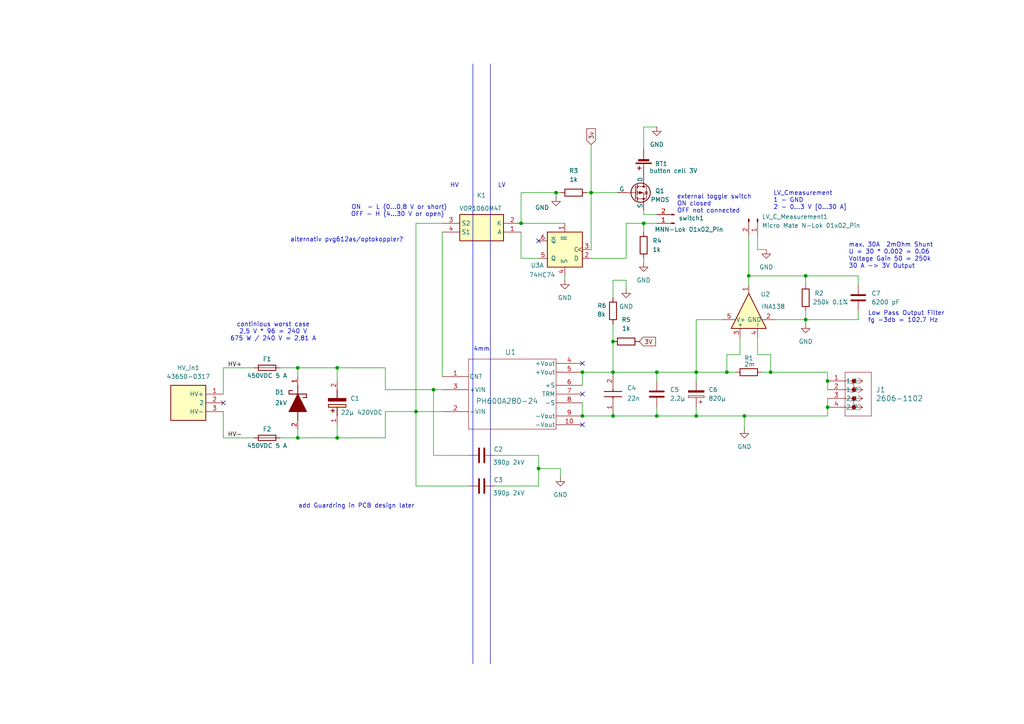
<source format=kicad_sch>
(kicad_sch (version 20231120) (generator "eeschema") (generator_version "8.0")
  (paper "A4")
  (lib_symbols
    (symbol "2024-11-18_21-41-11:PH600A280-24" (pin_names (offset 0.254))
      (property "Reference" "U" (at 20.32 -1.778 0))
      (property "Value" "PH600A280-24" (at 19.558 -6.096 0))
      (symbol "PH600A280-24_0_1"
        (polyline (pts (xy 7.62 -15.24) (xy 33.02 -15.24)) (stroke (width 0.127)))
        (polyline (pts (xy 7.62 5.08) (xy 7.62 -15.24)) (stroke (width 0.127)))
        (polyline (pts (xy 33.02 -15.24) (xy 33.02 5.08)) (stroke (width 0.127)))
        (polyline (pts (xy 33.02 5.08) (xy 7.62 5.08)) (stroke (width 0.127)))
      )
      (symbol "PH600A280-24_1_1"
        (pin input line (at 0 0 0) (length 7.62) (name "CNT") (number "1"))
        (pin power_out line (at 40.64 -13.97 180) (length 7.62) (name "-Vout") (number "10"))
        (pin power_in line (at 0 -10.16 0) (length 7.62) (name "-VIN") (number "2"))
        (pin power_in line (at 0 -3.81 0) (length 7.62) (name "+VIN") (number "3"))
        (pin power_out line (at 40.64 3.81 180) (length 7.62) (name "+Vout") (number "4"))
        (pin power_out line (at 40.64 1.27 180) (length 7.62) (name "+Vout") (number "5"))
        (pin input line (at 40.64 -2.54 180) (length 7.62) (name "+S") (number "6"))
        (pin input line (at 40.64 -5.08 180) (length 7.62) (name "TRM") (number "7"))
        (pin input line (at 40.64 -7.62 180) (length 7.62) (name "-S") (number "8"))
        (pin power_out line (at 40.64 -11.43 180) (length 7.62) (name "-Vout") (number "9"))
      )
    )
    (symbol "2024-11-26_19-54-55:2606-1102" (pin_names (offset 0.254))
      (property "Reference" "J" (at 8.89 6.35 0))
      (property "Value" "2606-1102" (at 0 0 0))
      (symbol "2606-1102_1_1"
        (polyline (pts (xy 5.08 -10.16) (xy 12.7 -10.16)) (stroke (width 0.127)))
        (polyline (pts (xy 5.08 2.54) (xy 5.08 -10.16)) (stroke (width 0.127)))
        (polyline (pts (xy 7.62 -5.08) (xy 7.62 -7.62)) (stroke (width 0.127)))
        (polyline (pts (xy 7.62 0) (xy 7.62 -2.54)) (stroke (width 0.127)))
        (polyline (pts (xy 10.16 -7.62) (xy 5.08 -7.62)) (stroke (width 0.127)))
        (polyline (pts (xy 10.16 -7.62) (xy 8.89 -8.4667)) (stroke (width 0.127)))
        (polyline (pts (xy 10.16 -7.62) (xy 8.89 -6.7733)) (stroke (width 0.127)))
        (polyline (pts (xy 10.16 -5.08) (xy 5.08 -5.08)) (stroke (width 0.127)))
        (polyline (pts (xy 10.16 -5.08) (xy 8.89 -5.9267)) (stroke (width 0.127)))
        (polyline (pts (xy 10.16 -5.08) (xy 8.89 -4.2333)) (stroke (width 0.127)))
        (polyline (pts (xy 10.16 -2.54) (xy 5.08 -2.54)) (stroke (width 0.127)))
        (polyline (pts (xy 10.16 -2.54) (xy 8.89 -3.3867)) (stroke (width 0.127)))
        (polyline (pts (xy 10.16 -2.54) (xy 8.89 -1.6933)) (stroke (width 0.127)))
        (polyline (pts (xy 10.16 0) (xy 5.08 0)) (stroke (width 0.127)))
        (polyline (pts (xy 10.16 0) (xy 8.89 -0.8467)) (stroke (width 0.127)))
        (polyline (pts (xy 10.16 0) (xy 8.89 0.8467)) (stroke (width 0.127)))
        (polyline (pts (xy 12.7 -10.16) (xy 12.7 2.54)) (stroke (width 0.127)))
        (polyline (pts (xy 12.7 2.54) (xy 5.08 2.54)) (stroke (width 0.127)))
        (circle (center 7.62 -7.62) (radius 0.127) (stroke (width 0.508)))
        (circle (center 7.62 -5.08) (radius 0.127) (stroke (width 0.508)))
        (circle (center 7.62 -2.54) (radius 0.127) (stroke (width 0.508)))
        (circle (center 7.62 0) (radius 0.127) (stroke (width 0.508)))
        (pin unspecified line (at 0 0 0) (length 5.08) (name "1_1") (number "1"))
        (pin unspecified line (at 0 -2.54 0) (length 5.08) (name "1_2") (number "2"))
        (pin unspecified line (at 0 -5.08 0) (length 5.08) (name "2_1") (number "3"))
        (pin unspecified line (at 0 -7.62 0) (length 5.08) (name "2_2") (number "4"))
      )
      (symbol "2606-1102_1_2"
        (polyline (pts (xy 5.08 -10.16) (xy 12.7 -10.16)) (stroke (width 0.127)))
        (polyline (pts (xy 5.08 2.54) (xy 5.08 -10.16)) (stroke (width 0.127)))
        (polyline (pts (xy 7.62 -5.08) (xy 7.62 -7.62)) (stroke (width 0.127)))
        (polyline (pts (xy 7.62 0) (xy 7.62 -2.54)) (stroke (width 0.127)))
        (polyline (pts (xy 10.16 -7.62) (xy 5.08 -7.62)) (stroke (width 0.127)))
        (polyline (pts (xy 10.16 -7.62) (xy 8.89 -8.4667)) (stroke (width 0.127)))
        (polyline (pts (xy 10.16 -7.62) (xy 8.89 -6.7733)) (stroke (width 0.127)))
        (polyline (pts (xy 10.16 -5.08) (xy 5.08 -5.08)) (stroke (width 0.127)))
        (polyline (pts (xy 10.16 -5.08) (xy 8.89 -5.9267)) (stroke (width 0.127)))
        (polyline (pts (xy 10.16 -5.08) (xy 8.89 -4.2333)) (stroke (width 0.127)))
        (polyline (pts (xy 10.16 -2.54) (xy 5.08 -2.54)) (stroke (width 0.127)))
        (polyline (pts (xy 10.16 -2.54) (xy 8.89 -3.3867)) (stroke (width 0.127)))
        (polyline (pts (xy 10.16 -2.54) (xy 8.89 -1.6933)) (stroke (width 0.127)))
        (polyline (pts (xy 10.16 0) (xy 5.08 0)) (stroke (width 0.127)))
        (polyline (pts (xy 10.16 0) (xy 8.89 -0.8467)) (stroke (width 0.127)))
        (polyline (pts (xy 10.16 0) (xy 8.89 0.8467)) (stroke (width 0.127)))
        (polyline (pts (xy 12.7 -10.16) (xy 12.7 2.54)) (stroke (width 0.127)))
        (polyline (pts (xy 12.7 2.54) (xy 5.08 2.54)) (stroke (width 0.127)))
        (circle (center 7.62 -7.62) (radius 0.127) (stroke (width 0.508)))
        (circle (center 7.62 -5.08) (radius 0.127) (stroke (width 0.508)))
        (circle (center 7.62 -2.54) (radius 0.127) (stroke (width 0.508)))
        (circle (center 7.62 0) (radius 0.127) (stroke (width 0.508)))
        (pin unspecified line (at 0 0 0) (length 5.08) (name "1_1") (number "1"))
        (pin unspecified line (at 0 -2.54 0) (length 5.08) (name "1_2") (number "2"))
        (pin unspecified line (at 0 -5.08 0) (length 5.08) (name "2_1") (number "3"))
        (pin unspecified line (at 0 -7.62 0) (length 5.08) (name "2_2") (number "4"))
      )
    )
    (symbol "43650-0317:43650-0317"
      (property "Reference" "J1" (at 10.16 -12.7 0))
      (property "Value" "43650-0317" (at 10.16 -10.16 0))
      (symbol "43650-0317_1_1"
        (rectangle (start 5.08 2.54) (end 15.24 -7.62) (stroke (width 0.254)) (fill (type background)))
        (pin power_out line (at 0 -5.08 0) (length 5.08) (name "HV+") (number "1"))
        (pin passive line (at 0 -2.54 0) (length 5.08) (name "2") (number "2"))
        (pin power_out line (at 0 0 0) (length 5.08) (name "HV-") (number "3"))
      )
    )
    (symbol "74xx:74HC74" (pin_names (offset 1.016))
      (property "Reference" "U" (at -7.62 8.89 0))
      (property "Value" "74HC74" (at -7.62 -8.89 0))
      (symbol "74HC74_1_0"
        (pin input line (at 0 -7.62 90) (length 2.54) (name "~{R}") (number "1"))
        (pin input line (at -7.62 2.54 0) (length 2.54) (name "D") (number "2"))
        (pin input clock (at -7.62 0 0) (length 2.54) (name "C") (number "3"))
        (pin input line (at 0 7.62 270) (length 2.54) (name "~{S}") (number "4"))
        (pin output line (at 7.62 2.54 180) (length 2.54) (name "Q") (number "5"))
        (pin output line (at 7.62 -2.54 180) (length 2.54) (name "~{Q}") (number "6"))
      )
      (symbol "74HC74_1_1"
        (rectangle (start -5.08 5.08) (end 5.08 -5.08) (stroke (width 0.254)) (fill (type background)))
      )
      (symbol "74HC74_2_0"
        (pin input line (at 0 7.62 270) (length 2.54) (name "~{S}") (number "10"))
        (pin input clock (at -7.62 0 0) (length 2.54) (name "C") (number "11"))
        (pin input line (at -7.62 2.54 0) (length 2.54) (name "D") (number "12"))
        (pin input line (at 0 -7.62 90) (length 2.54) (name "~{R}") (number "13"))
        (pin output line (at 7.62 -2.54 180) (length 2.54) (name "~{Q}") (number "8"))
        (pin output line (at 7.62 2.54 180) (length 2.54) (name "Q") (number "9"))
      )
      (symbol "74HC74_2_1"
        (rectangle (start -5.08 5.08) (end 5.08 -5.08) (stroke (width 0.254)) (fill (type background)))
      )
      (symbol "74HC74_3_0"
        (pin power_in line (at 0 10.16 270) (length 2.54) (name "VCC") (number "14"))
        (pin power_in line (at 0 -10.16 90) (length 2.54) (name "GND") (number "7"))
      )
      (symbol "74HC74_3_1"
        (rectangle (start -5.08 7.62) (end 5.08 -7.62) (stroke (width 0.254)) (fill (type background)))
      )
    )
    (symbol "Amplifier_Current:INA138" (pin_names (offset 0.127))
      (property "Reference" "U" (at 3.81 5.08 0))
      (property "Value" "INA138" (at 3.81 2.54 0))
      (symbol "INA138_0_1"
        (polyline (pts (xy -5.08 5.08) (xy 5.08 0) (xy -5.08 -5.08) (xy -5.08 5.08)) (stroke (width 0.254)) (fill (type background)))
      )
      (symbol "INA138_1_1"
        (pin output line (at 7.62 0 180) (length 2.54) (name "~") (number "1"))
        (pin power_in line (at -2.54 -7.62 90) (length 3.81) (name "GND") (number "2"))
        (pin input line (at -7.62 2.54 0) (length 2.54) (name "+") (number "3"))
        (pin input line (at -7.62 -2.54 0) (length 2.54) (name "-") (number "4"))
        (pin power_in line (at -2.54 7.62 270) (length 3.81) (name "V+") (number "5"))
      )
    )
    (symbol "CD214A-R12000R:CD214A-R12000R" (pin_names hide)
      (property "Reference" "D" (at 12.7 8.89 0))
      (property "Value" "CD214A-R12000R" (at 12.7 6.35 0))
      (symbol "CD214A-R12000R_1_1"
        (polyline (pts (xy 5.08 0) (xy 7.62 0)) (stroke (width 0.254)))
        (polyline (pts (xy 6.604 -1.524) (xy 6.604 -2.54)) (stroke (width 0.254)))
        (polyline (pts (xy 7.62 -2.54) (xy 6.604 -2.54)) (stroke (width 0.254)))
        (polyline (pts (xy 7.62 2.54) (xy 7.62 -2.54)) (stroke (width 0.254)))
        (polyline (pts (xy 7.62 2.54) (xy 8.636 2.54)) (stroke (width 0.254)))
        (polyline (pts (xy 8.636 1.524) (xy 8.636 2.54)) (stroke (width 0.254)))
        (polyline (pts (xy 12.7 0) (xy 15.24 0)) (stroke (width 0.254)))
        (polyline (pts (xy 7.62 0) (xy 12.7 2.54) (xy 12.7 -2.54) (xy 7.62 0)) (stroke (width 0.254)) (fill (type outline)))
        (pin passive line (at 2.54 0 0) (length 2.54) (name "K") (number "1"))
        (pin passive line (at 17.78 0 180) (length 2.54) (name "A") (number "2"))
      )
    )
    (symbol "Connector:Conn_01x02_Pin" (pin_names (offset 1.016) hide)
      (property "Reference" "J" (at 0 2.54 0))
      (property "Value" "Conn_01x02_Pin" (at 0 -5.08 0))
      (symbol "Conn_01x02_Pin_1_1"
        (polyline (pts (xy 1.27 -2.54) (xy 0.8636 -2.54)) (stroke (width 0.1524)))
        (polyline (pts (xy 1.27 0) (xy 0.8636 0)) (stroke (width 0.1524)))
        (rectangle (start 0.8636 -2.413) (end 0 -2.667) (stroke (width 0.1524)) (fill (type outline)))
        (rectangle (start 0.8636 0.127) (end 0 -0.127) (stroke (width 0.1524)) (fill (type outline)))
        (pin passive line (at 5.08 0 180) (length 3.81) (name "Pin_1") (number "1"))
        (pin passive line (at 5.08 -2.54 180) (length 3.81) (name "Pin_2") (number "2"))
      )
    )
    (symbol "Device:Battery_Cell" (pin_numbers hide) (pin_names (offset 0) hide)
      (property "Reference" "BT" (at 2.54 2.54 0))
      (property "Value" "Battery_Cell" (at 2.54 0 0))
      (symbol "Battery_Cell_0_1"
        (rectangle (start -2.286 1.778) (end 2.286 1.524) (fill (type outline)))
        (rectangle (start -1.524 1.016) (end 1.524 0.508) (fill (type outline)))
        (polyline (pts (xy 0 0.762) (xy 0 0)))
        (polyline (pts (xy 0 1.778) (xy 0 2.54)))
        (polyline (pts (xy 0.762 3.048) (xy 1.778 3.048)) (stroke (width 0.254)))
        (polyline (pts (xy 1.27 3.556) (xy 1.27 2.54)) (stroke (width 0.254)))
      )
      (symbol "Battery_Cell_1_1"
        (pin passive line (at 0 5.08 270) (length 2.54) (name "+") (number "1"))
        (pin passive line (at 0 -2.54 90) (length 2.54) (name "-") (number "2"))
      )
    )
    (symbol "Device:C" (pin_numbers hide) (pin_names (offset 0.254))
      (property "Reference" "C" (at 0.635 2.54 0))
      (property "Value" "C" (at 0.635 -2.54 0))
      (symbol "C_0_1"
        (polyline (pts (xy -2.032 -0.762) (xy 2.032 -0.762)) (stroke (width 0.508)))
        (polyline (pts (xy -2.032 0.762) (xy 2.032 0.762)) (stroke (width 0.508)))
      )
      (symbol "C_1_1"
        (pin passive line (at 0 3.81 270) (length 2.794) (name "~") (number "1"))
        (pin passive line (at 0 -3.81 90) (length 2.794) (name "~") (number "2"))
      )
    )
    (symbol "Device:C_Polarized" (pin_numbers hide) (pin_names (offset 0.254))
      (property "Reference" "C" (at 0.635 2.54 0))
      (property "Value" "C_Polarized" (at 0.635 -2.54 0))
      (symbol "C_Polarized_0_1"
        (rectangle (start -2.286 0.508) (end 2.286 1.016))
        (polyline (pts (xy -1.778 2.286) (xy -0.762 2.286)))
        (polyline (pts (xy -1.27 2.794) (xy -1.27 1.778)))
        (rectangle (start 2.286 -0.508) (end -2.286 -1.016) (fill (type outline)))
      )
      (symbol "C_Polarized_1_1"
        (pin passive line (at 0 3.81 270) (length 2.794) (name "~") (number "1"))
        (pin passive line (at 0 -3.81 90) (length 2.794) (name "~") (number "2"))
      )
    )
    (symbol "Device:Fuse" (pin_numbers hide) (pin_names (offset 0))
      (property "Reference" "F" (at 2.032 0 90))
      (property "Value" "Fuse" (at -1.905 0 90))
      (symbol "Fuse_0_1"
        (rectangle (start -0.762 -2.54) (end 0.762 2.54) (stroke (width 0.254)))
        (polyline (pts (xy 0 2.54) (xy 0 -2.54)))
      )
      (symbol "Fuse_1_1"
        (pin passive line (at 0 3.81 270) (length 1.27) (name "~") (number "1"))
        (pin passive line (at 0 -3.81 90) (length 1.27) (name "~") (number "2"))
      )
    )
    (symbol "Device:R" (pin_numbers hide) (pin_names (offset 0))
      (property "Reference" "R" (at 2.032 0 90))
      (property "Value" "R" (at 0 0 90))
      (symbol "R_0_1"
        (rectangle (start -1.016 -2.54) (end 1.016 2.54) (stroke (width 0.254)))
      )
      (symbol "R_1_1"
        (pin passive line (at 0 3.81 270) (length 1.27) (name "~") (number "1"))
        (pin passive line (at 0 -3.81 90) (length 1.27) (name "~") (number "2"))
      )
    )
    (symbol "ECW-U2223JC9:ECW-U2223JC9" (pin_names hide)
      (property "Reference" "C" (at 8.89 6.35 0))
      (property "Value" "ECW-U2223JC9" (at 8.89 3.81 0))
      (symbol "ECW-U2223JC9_1_1"
        (polyline (pts (xy 5.08 0) (xy 5.588 0)) (stroke (width 0.254)))
        (polyline (pts (xy 5.588 2.54) (xy 5.588 -2.54)) (stroke (width 0.254)))
        (polyline (pts (xy 7.112 0) (xy 7.62 0)) (stroke (width 0.254)))
        (polyline (pts (xy 7.112 2.54) (xy 7.112 -2.54)) (stroke (width 0.254)))
        (pin passive line (at 0 0 0) (length 5.08) (name "1") (number "1"))
        (pin passive line (at 12.7 0 180) (length 5.08) (name "2") (number "2"))
      )
    )
    (symbol "Simulation_SPICE:PMOS" (pin_numbers hide) (pin_names (offset 0))
      (property "Reference" "Q" (at 5.08 1.27 0))
      (property "Value" "PMOS" (at 5.08 -1.27 0))
      (symbol "PMOS_0_1"
        (polyline (pts (xy 0.254 0) (xy -2.54 0)))
        (polyline (pts (xy 0.254 1.905) (xy 0.254 -1.905)) (stroke (width 0.254)))
        (polyline (pts (xy 0.762 -1.27) (xy 0.762 -2.286)) (stroke (width 0.254)))
        (polyline (pts (xy 0.762 0.508) (xy 0.762 -0.508)) (stroke (width 0.254)))
        (polyline (pts (xy 0.762 2.286) (xy 0.762 1.27)) (stroke (width 0.254)))
        (polyline (pts (xy 2.54 2.54) (xy 2.54 1.778)))
        (polyline (pts (xy 2.54 -2.54) (xy 2.54 0) (xy 0.762 0)))
        (polyline (pts (xy 0.762 1.778) (xy 3.302 1.778) (xy 3.302 -1.778) (xy 0.762 -1.778)))
        (polyline (pts (xy 2.286 0) (xy 1.27 0.381) (xy 1.27 -0.381) (xy 2.286 0)) (fill (type outline)))
        (polyline (pts (xy 2.794 -0.508) (xy 2.921 -0.381) (xy 3.683 -0.381) (xy 3.81 -0.254)))
        (polyline (pts (xy 3.302 -0.381) (xy 2.921 0.254) (xy 3.683 0.254) (xy 3.302 -0.381)))
        (circle (center 1.651 0) (radius 2.794) (stroke (width 0.254)))
        (circle (center 2.54 -1.778) (radius 0.254) (fill (type outline)))
        (circle (center 2.54 1.778) (radius 0.254) (fill (type outline)))
      )
      (symbol "PMOS_1_1"
        (pin passive line (at 2.54 5.08 270) (length 2.54) (name "D") (number "1"))
        (pin input line (at -5.08 0 0) (length 2.54) (name "G") (number "2"))
        (pin passive line (at 2.54 -5.08 90) (length 2.54) (name "S") (number "3"))
      )
    )
    (symbol "UCYW6220MHD:UCYW6220MHD" (pin_names hide)
      (property "Reference" "C" (at 8.89 6.35 0))
      (property "Value" "UCYW6220MHD" (at 8.89 3.81 0))
      (symbol "UCYW6220MHD_1_1"
        (polyline (pts (xy 2.54 0) (xy 5.08 0)) (stroke (width 0.254)))
        (polyline (pts (xy 4.064 1.778) (xy 4.064 0.762)) (stroke (width 0.254)))
        (polyline (pts (xy 4.572 1.27) (xy 3.556 1.27)) (stroke (width 0.254)))
        (polyline (pts (xy 7.62 0) (xy 10.16 0)) (stroke (width 0.254)))
        (polyline (pts (xy 7.62 2.54) (xy 7.62 -2.54) (xy 6.858 -2.54) (xy 6.858 2.54) (xy 7.62 2.54)) (stroke (width 0.254)) (fill (type outline)))
        (rectangle (start 5.08 2.54) (end 5.842 -2.54) (stroke (width 0.254)) (fill (type background)))
        (pin passive line (at 0 0 0) (length 2.54) (name "+") (number "1"))
        (pin passive line (at 12.7 0 180) (length 2.54) (name "-") (number "2"))
      )
    )
    (symbol "VOR1060M4T:VOR1060M4T"
      (property "Reference" "K" (at 19.05 7.62 0))
      (property "Value" "VOR1060M4T" (at 19.05 5.08 0))
      (symbol "VOR1060M4T_1_1"
        (rectangle (start 5.08 2.54) (end 17.78 -5.08) (stroke (width 0.254)) (fill (type background)))
        (pin passive line (at 0 0 0) (length 5.08) (name "A") (number "1"))
        (pin passive line (at 0 -2.54 0) (length 5.08) (name "K") (number "2"))
        (pin passive line (at 22.86 -2.54 180) (length 5.08) (name "S2") (number "3"))
        (pin passive line (at 22.86 0 180) (length 5.08) (name "S1") (number "4"))
      )
    )
    (symbol "power:GND" (power) (pin_numbers hide) (pin_names (offset 0) hide)
      (property "Value" "GND" (at 0 -3.81 0))
      (symbol "GND_0_1"
        (polyline (pts (xy 0 0) (xy 0 -1.27) (xy 1.27 -1.27) (xy 0 -2.54) (xy -1.27 -1.27) (xy 0 -1.27)))
      )
      (symbol "GND_1_1"
        (pin power_in line (at 0 0 270) (length 0) (name "~") (number "1"))
      )
    )
  )
  (junction (at 168.91 107.95))
  (junction (at 240.03 110.49))
  (junction (at 186.69 64.77))
  (junction (at 161.29 55.88))
  (junction (at 171.45 55.88))
  (junction (at 210.82 107.95))
  (junction (at 223.52 107.95))
  (junction (at 215.9 120.65))
  (junction (at 201.93 120.65))
  (junction (at 86.36 106.68))
  (junction (at 233.68 92.71))
  (junction (at 177.8 107.95))
  (junction (at 125.73 113.03))
  (junction (at 177.8 120.65))
  (junction (at 240.03 118.11))
  (junction (at 156.21 135.89))
  (junction (at 190.5 120.65))
  (junction (at 97.79 127))
  (junction (at 201.93 107.95))
  (junction (at 151.13 64.77))
  (junction (at 190.5 107.95))
  (junction (at 217.17 80.01))
  (junction (at 97.79 106.68))
  (junction (at 177.8 99.06))
  (junction (at 120.65 119.38))
  (junction (at 168.91 120.65))
  (junction (at 233.68 80.01))
  (junction (at 86.36 127))
  (no_connect (at 64.77 116.84))
  (no_connect (at 168.91 114.3))
  (no_connect (at 168.91 105.41))
  (no_connect (at 156.21 69.85))
  (no_connect (at 168.91 123.19))
  (wire (pts (xy 215.9 120.65) (xy 215.9 124.46)))
  (wire (pts (xy 111.76 127) (xy 111.76 119.38)))
  (wire (pts (xy 97.79 110.49) (xy 97.79 106.68)))
  (wire (pts (xy 201.93 120.65) (xy 215.9 120.65)))
  (wire (pts (xy 186.69 67.31) (xy 186.69 64.77)))
  (wire (pts (xy 120.65 140.97) (xy 120.65 119.38)))
  (wire (pts (xy 181.61 64.77) (xy 186.69 64.77)))
  (wire (pts (xy 201.93 92.71) (xy 209.55 92.71)))
  (wire (pts (xy 171.45 55.88) (xy 171.45 72.39)))
  (wire (pts (xy 171.45 41.91) (xy 171.45 55.88)))
  (wire (pts (xy 86.36 124.46) (xy 86.36 127)))
  (wire (pts (xy 81.28 106.68) (xy 86.36 106.68)))
  (wire (pts (xy 240.03 118.11) (xy 240.03 120.65)))
  (wire (pts (xy 97.79 106.68) (xy 111.76 106.68)))
  (wire (pts (xy 223.52 107.95) (xy 240.03 107.95)))
  (wire (pts (xy 168.91 107.95) (xy 168.91 111.76)))
  (wire (pts (xy 111.76 119.38) (xy 120.65 119.38)))
  (wire (pts (xy 201.93 92.71) (xy 201.93 107.95)))
  (wire (pts (xy 214.63 97.79) (xy 214.63 102.87)))
  (wire (pts (xy 214.63 102.87) (xy 210.82 102.87)))
  (wire (pts (xy 163.83 64.77) (xy 151.13 64.77)))
  (wire (pts (xy 135.89 140.97) (xy 120.65 140.97)))
  (polyline (pts (xy 137.16 18.542) (xy 137.16 192.532)))
  (wire (pts (xy 215.9 120.65) (xy 240.03 120.65)))
  (wire (pts (xy 162.56 55.88) (xy 161.29 55.88)))
  (wire (pts (xy 223.52 102.87) (xy 223.52 107.95)))
  (wire (pts (xy 151.13 74.93) (xy 151.13 67.31)))
  (wire (pts (xy 233.68 80.01) (xy 248.92 80.01)))
  (wire (pts (xy 190.5 120.65) (xy 201.93 120.65)))
  (wire (pts (xy 81.28 127) (xy 86.36 127)))
  (wire (pts (xy 162.56 135.89) (xy 156.21 135.89)))
  (wire (pts (xy 156.21 74.93) (xy 151.13 74.93)))
  (wire (pts (xy 86.36 106.68) (xy 97.79 106.68)))
  (wire (pts (xy 186.69 62.23) (xy 190.5 62.23)))
  (wire (pts (xy 151.13 55.88) (xy 161.29 55.88)))
  (wire (pts (xy 120.65 64.77) (xy 120.65 119.38)))
  (wire (pts (xy 190.5 107.95) (xy 190.5 110.49)))
  (wire (pts (xy 156.21 132.08) (xy 143.51 132.08)))
  (wire (pts (xy 224.79 92.71) (xy 233.68 92.71)))
  (wire (pts (xy 168.91 120.65) (xy 177.8 120.65)))
  (wire (pts (xy 190.5 118.11) (xy 190.5 120.65)))
  (wire (pts (xy 219.71 102.87) (xy 223.52 102.87)))
  (wire (pts (xy 217.17 80.01) (xy 217.17 82.55)))
  (wire (pts (xy 64.77 127) (xy 73.66 127)))
  (wire (pts (xy 156.21 135.89) (xy 156.21 140.97)))
  (wire (pts (xy 177.8 99.06) (xy 177.8 107.95)))
  (wire (pts (xy 248.92 82.55) (xy 248.92 80.01)))
  (wire (pts (xy 181.61 81.28) (xy 181.61 83.82)))
  (wire (pts (xy 210.82 102.87) (xy 210.82 107.95)))
  (wire (pts (xy 162.56 138.43) (xy 162.56 135.89)))
  (wire (pts (xy 248.92 92.71) (xy 233.68 92.71)))
  (wire (pts (xy 219.71 97.79) (xy 219.71 102.87)))
  (wire (pts (xy 97.79 123.19) (xy 97.79 127)))
  (wire (pts (xy 177.8 107.95) (xy 190.5 107.95)))
  (wire (pts (xy 111.76 113.03) (xy 125.73 113.03)))
  (wire (pts (xy 186.69 74.93) (xy 186.69 76.2)))
  (wire (pts (xy 120.65 119.38) (xy 128.27 119.38)))
  (wire (pts (xy 201.93 118.11) (xy 201.93 120.65)))
  (wire (pts (xy 177.8 93.98) (xy 177.8 99.06)))
  (wire (pts (xy 233.68 92.71) (xy 233.68 90.17)))
  (wire (pts (xy 156.21 132.08) (xy 156.21 135.89)))
  (wire (pts (xy 170.18 55.88) (xy 171.45 55.88)))
  (wire (pts (xy 186.69 64.77) (xy 190.5 64.77)))
  (wire (pts (xy 177.8 86.36) (xy 177.8 81.28)))
  (wire (pts (xy 220.98 107.95) (xy 223.52 107.95)))
  (wire (pts (xy 248.92 90.17) (xy 248.92 92.71)))
  (wire (pts (xy 219.71 68.58) (xy 219.71 72.39)))
  (wire (pts (xy 240.03 107.95) (xy 240.03 110.49)))
  (wire (pts (xy 233.68 80.01) (xy 217.17 80.01)))
  (wire (pts (xy 151.13 55.88) (xy 151.13 64.77)))
  (wire (pts (xy 181.61 74.93) (xy 181.61 64.77)))
  (polyline (pts (xy 142.24 18.542) (xy 142.24 192.532)))
  (wire (pts (xy 186.69 60.96) (xy 186.69 62.23)))
  (wire (pts (xy 177.8 81.28) (xy 181.61 81.28)))
  (wire (pts (xy 86.36 127) (xy 97.79 127)))
  (wire (pts (xy 186.69 36.83) (xy 186.69 43.18)))
  (wire (pts (xy 135.89 132.08) (xy 125.73 132.08)))
  (wire (pts (xy 128.27 67.31) (xy 128.27 109.22)))
  (wire (pts (xy 240.03 115.57) (xy 240.03 118.11)))
  (wire (pts (xy 125.73 113.03) (xy 128.27 113.03)))
  (wire (pts (xy 128.27 64.77) (xy 120.65 64.77)))
  (wire (pts (xy 240.03 110.49) (xy 240.03 113.03)))
  (wire (pts (xy 201.93 107.95) (xy 210.82 107.95)))
  (wire (pts (xy 161.29 55.88) (xy 161.29 57.15)))
  (wire (pts (xy 111.76 106.68) (xy 111.76 113.03)))
  (wire (pts (xy 219.71 72.39) (xy 222.25 72.39)))
  (wire (pts (xy 217.17 68.58) (xy 217.17 80.01)))
  (wire (pts (xy 97.79 127) (xy 111.76 127)))
  (wire (pts (xy 64.77 119.38) (xy 64.77 127)))
  (wire (pts (xy 210.82 107.95) (xy 213.36 107.95)))
  (wire (pts (xy 171.45 55.88) (xy 179.07 55.88)))
  (wire (pts (xy 233.68 80.01) (xy 233.68 82.55)))
  (wire (pts (xy 86.36 106.68) (xy 86.36 109.22)))
  (wire (pts (xy 190.5 107.95) (xy 201.93 107.95)))
  (wire (pts (xy 64.77 106.68) (xy 73.66 106.68)))
  (wire (pts (xy 177.8 120.65) (xy 190.5 120.65)))
  (wire (pts (xy 143.51 140.97) (xy 156.21 140.97)))
  (wire (pts (xy 64.77 106.68) (xy 64.77 114.3)))
  (wire (pts (xy 233.68 92.71) (xy 233.68 93.98)))
  (wire (pts (xy 171.45 74.93) (xy 181.61 74.93)))
  (wire (pts (xy 186.69 36.83) (xy 190.5 36.83)))
  (wire (pts (xy 168.91 116.84) (xy 168.91 120.65)))
  (wire (pts (xy 125.73 132.08) (xy 125.73 113.03)))
  (wire (pts (xy 163.83 81.28) (xy 163.83 80.01)))
  (wire (pts (xy 168.91 107.95) (xy 177.8 107.95)))
  (wire (pts (xy 201.93 107.95) (xy 201.93 110.49)))
  (text "alternativ pvg612as/optokoppler?" (at 100.584 69.596 0) (effects (font (size 1.27 1.27))))
  (text " ON  - L (0...0,8 V or short)\nOFF - H (4...30 V or open)" (at 115.316 61.214 0) (effects (font (size 1.27 1.27))))
  (text "add Guardring in PCB design later" (at 103.378 146.812 0) (effects (font (size 1.27 1.27))))
  (text "max. 30A  2mOhm Shunt \nU = 30 * 0.002 = 0.06\nVoltage Gain 50 = 250k\n30 A -> 3V Output\n" (at 246.126 74.168 0) (effects (font (size 1.27 1.27)) (justify left)))
  (text "external toggle switch\nON closed \nOFF not connected" (at 196.342 59.182 0) (effects (font (size 1.27 1.27)) (justify left)))
  (text "Low Pass Output Filter\nfg -3db = 102.7 Hz" (at 251.714 91.948 0) (effects (font (size 1.27 1.27)) (justify left)))
  (text "continious worst case\n2,5 V * 96 = 240 V\n675 W / 240 V = 2,81 A\n\n\n" (at 79.248 98.298 0) (effects (font (size 1.27 1.27))))
  (text "LV" (at 145.542 53.848 0) (effects (font (size 1.27 1.27))))
  (text "4mm" (at 139.7 101.346 0) (effects (font (size 1.27 1.27))))
  (text "HV" (at 131.826 53.848 0) (effects (font (size 1.27 1.27))))
  (text "LV_Cmeasurement\n1 - GND\n2 - 0...3 V [0...30 A]" (at 224.282 58.166 0) (effects (font (size 1.27 1.27)) (justify left)))
  (label "HV+" (at 66.04 106.68 0))
  (label "HV-" (at 66.04 127 0))
  (global_label "3v" (shape input) (at 171.45 41.91 90) (property "Intersheetrefs" "${INTERSHEET_REFS}" (effects (hide yes))))
  (global_label "3V" (shape input) (at 185.42 99.06 0) (property "Intersheetrefs" "${INTERSHEET_REFS}" (effects (hide yes))))
  (symbol (lib_id "Simulation_SPICE:PMOS") (at 184.15 55.88 0) (unit 1)
    (property "Reference" "Q1" (at 189.992 55.372 0) (effects (justify left)))
    (property "Value" "PMOS" (at 188.722 57.912 0) (effects (justify left)))
    (property "Datasheet" "https://ngspice.sourceforge.io/docs/ngspice-html-manual/manual.xhtml#cha_MOSFETs" (effects (hide yes)))
    (property "Description" "P-MOSFET transistor, drain/source/gate" (effects (hide yes)))
    (property "Sim.Device" "PMOS" (effects (hide yes)))
    (property "Sim.Type" "VDMOS" (effects (hide yes)))
    (property "Sim.Pins" "1=D 2=G 3=S" (effects (hide yes)))
  )
  (symbol (lib_id "power:GND") (at 222.25 72.39 0) (unit 1)
    (property "Reference" "#PWR03" (effects (hide yes)))
    (property "Value" "GND" (at 222.25 77.47 0))
    (property "Description" "Power symbol creates a global label with name \"GND\" , ground" (effects (hide yes)))
  )
  (symbol (lib_id "power:GND") (at 215.9 124.46 0) (unit 1)
    (property "Reference" "#PWR01" (effects (hide yes)))
    (property "Value" "GND" (at 215.9 129.54 0))
    (property "Description" "Power symbol creates a global label with name \"GND\" , ground" (effects (hide yes)))
  )
  (symbol (lib_id "Connector:Conn_01x02_Pin") (at 219.71 63.5 270) (unit 1)
    (property "Reference" "LV_C_Measurement1" (at 220.98 62.8649 90) (effects (justify left)))
    (property "Value" "Micro Mate N-Lok 01x02_Pin" (at 220.98 65.4049 90) (effects (justify left)))
    (property "Footprint" "Connector_Molex:Molex_Micro-Fit_3.0_43650-0224_1x02-1MP_P3.00mm_Vertical" (effects (hide yes)))
    (property "Description" "Generic connector, single row, 01x02, script generated" (effects (hide yes)))
  )
  (symbol (lib_id "VOR1060M4T:VOR1060M4T") (at 151.13 67.31 180) (unit 1)
    (property "Reference" "K1" (at 140.97 56.642 0) (effects (justify left)))
    (property "Value" "VOR1060M4T" (at 145.542 60.452 0) (effects (justify left)))
    (property "Footprint" "VOR1060M4T" (effects (hide yes)))
    (property "Datasheet" "https://www.vishay.com/docs/80406/vor1060m4.pdf" (effects (hide yes)))
    (property "Description" "Solid State Relays - PCB Mount 1 Form A Solid State Relay SOP-4 Package - Loads up to 600 V" (effects (hide yes)))
    (property "Height" "2.38" (effects (hide yes)))
    (property "Mouser Part Number" "78-VOR1060M4T" (effects (hide yes)))
    (property "Mouser Price/Stock" "https://www.mouser.co.uk/ProductDetail/Vishay/VOR1060M4T?qs=iLKYxzqNS74u7SR47gH6qg%3D%3D" (effects (hide yes)))
    (property "Manufacturer_Name" "Vishay" (effects (hide yes)))
    (property "Manufacturer_Part_Number" "VOR1060M4T" (effects (hide yes)))
  )
  (symbol (lib_id "Device:C") (at 139.7 132.08 270) (unit 1)
    (property "Reference" "C2" (at 144.526 130.302 90))
    (property "Value" "390p 2kV" (at 147.574 134.112 90))
    (property "Footprint" "Capacitor_SMD:C_1812_4532Metric" (effects (hide yes)))
    (property "Datasheet" "https://www.mouser.de/datasheet/2/447/KEM_C1009_C0G_HV_SMD-3316207.pdf" (effects (hide yes)))
    (property "Description" "Unpolarized capacitor" (effects (hide yes)))
  )
  (symbol (lib_id "UCYW6220MHD:UCYW6220MHD") (at 97.79 123.19 90) (unit 1)
    (property "Reference" "C1" (at 101.6 115.5699 90) (effects (justify right)))
    (property "Value" "22µ 420VDC" (at 98.806 119.634 90) (effects (justify right)))
    (property "Footprint" "CAPPRD500W60D1275H2200" (effects (hide yes)))
    (property "Datasheet" "https://www.mouser.de/datasheet/2/293/e_ucy-3082387.pdf" (effects (hide yes)))
    (property "Description" "Aluminum Electrolytic Capacitors - Radial Leaded 22uF 420 Volts 20% AEC-Q200" (effects (hide yes)))
    (property "Height" "22" (effects (hide yes)))
    (property "Mouser Part Number" "647-UCYW6220MHD" (effects (hide yes)))
    (property "Mouser Price/Stock" "https://www.mouser.co.uk/ProductDetail/Nichicon/UCYW6220MHD?qs=Ajmft%252BTTukGIZ9yLplXgMQ%3D%3D" (effects (hide yes)))
    (property "Manufacturer_Name" "Nichicon" (effects (hide yes)))
    (property "Manufacturer_Part_Number" "UCYW6220MHD" (effects (hide yes)))
  )
  (symbol (lib_id "Device:Fuse") (at 77.47 127 90) (unit 1)
    (property "Reference" "F2" (at 77.47 124.46 90))
    (property "Value" "450VDC 5 A" (at 77.47 129.286 90))
    (property "Footprint" "footprints:0ACG5000TE" (effects (hide yes)))
    (property "Datasheet" "https://www.mouser.de/datasheet/2/643/ds_CP_0ACG_series-2000946.pdf" (effects (hide yes)))
    (property "Description" "Fuse" (effects (hide yes)))
  )
  (symbol (lib_id "power:GND") (at 233.68 93.98 0) (unit 1)
    (property "Reference" "#PWR02" (effects (hide yes)))
    (property "Value" "GND" (at 233.68 99.06 0))
    (property "Description" "Power symbol creates a global label with name \"GND\" , ground" (effects (hide yes)))
  )
  (symbol (lib_id "CD214A-R12000R:CD214A-R12000R") (at 86.36 106.68 270) (unit 1)
    (property "Reference" "D1" (at 79.756 113.792 90) (effects (justify left)))
    (property "Value" "2kV" (at 79.756 116.84 90) (effects (justify left)))
    (property "Footprint" "CD214AR12000R" (effects (hide yes)))
    (property "Datasheet" "https://www.bourns.com/docs/product-datasheets/CD214A-R12000R.pdf" (effects (hide yes)))
    (property "Description" "Schottky Diodes & Rectifiers 1.0A 2000V SMA" (effects (hide yes)))
    (property "Height" "1.16" (effects (hide yes)))
    (property "Mouser Part Number" "652-CD214A-R12000R" (effects (hide yes)))
    (property "Mouser Price/Stock" "https://www.mouser.co.uk/ProductDetail/Bourns/CD214A-R12000R?qs=GBLSl2Akirt52tUa7ctYiQ%3D%3D" (effects (hide yes)))
    (property "Manufacturer_Name" "Bourns" (effects (hide yes)))
    (property "Manufacturer_Part_Number" "CD214A-R12000R" (effects (hide yes)))
  )
  (symbol (lib_id "Device:C") (at 248.92 86.36 0) (unit 1)
    (property "Reference" "C7" (at 252.73 85.0899 0) (effects (justify left)))
    (property "Value" "6200 pF" (at 252.73 87.6299 0) (effects (justify left)))
    (property "Footprint" "Capacitor_SMD:C_0805_2012Metric" (effects (hide yes)))
    (property "Datasheet" "https://www.mouser.de/datasheet/2/447/KEM_C1007_X8R_ULTRA_150C_SMD-3316375.pdf" (effects (hide yes)))
    (property "Description" "Unpolarized capacitor" (effects (hide yes)))
  )
  (symbol (lib_id "Device:Fuse") (at 77.47 106.68 90) (unit 1)
    (property "Reference" "F1" (at 77.47 104.14 90))
    (property "Value" "450VDC 5 A" (at 77.47 108.966 90))
    (property "Footprint" "footprints:0ACG5000TE" (effects (hide yes)))
    (property "Datasheet" "https://www.mouser.de/datasheet/2/643/ds_CP_0ACG_series-2000946.pdf" (effects (hide yes)))
    (property "Description" "Fuse" (effects (hide yes)))
  )
  (symbol (lib_id "2024-11-26_19-54-55:2606-1102") (at 240.03 110.49 0) (unit 1)
    (property "Reference" "J1" (at 254 113.0299 0) (effects (font (size 1.524 1.524)) (justify left)))
    (property "Value" "2606-1102" (at 254 115.5699 0) (effects (font (size 1.524 1.524)) (justify left)))
    (property "Footprint" "CONN2_2606-1102_WAG" (effects (hide yes)))
    (property "Datasheet" "https://www.wago.com/de/leiterplattenanschluss/leiterplattenklemme/p/2606-1102" (effects (hide yes)))
  )
  (symbol (lib_id "Device:C_Polarized") (at 201.93 114.3 180) (unit 1)
    (property "Reference" "C6" (at 205.486 113.03 0) (effects (justify right)))
    (property "Value" "820µ" (at 205.486 115.57 0) (effects (justify right)))
    (property "Footprint" "Capacitor_THT:CP_Radial_D16.0mm_P7.50mm" (effects (hide yes)))
    (property "Datasheet" "https://www.mouser.de/datasheet/2/420/7964717934d9b174c3ba48-1210810.pdf" (effects (hide yes)))
    (property "Description" "Polarized capacitor" (effects (hide yes)))
  )
  (symbol (lib_id "power:GND") (at 163.83 81.28 0) (unit 1)
    (property "Reference" "#PWR07" (effects (hide yes)))
    (property "Value" "GND" (at 163.83 86.36 0))
    (property "Description" "Power symbol creates a global label with name \"GND\" , ground" (effects (hide yes)))
  )
  (symbol (lib_id "Device:R") (at 181.61 99.06 90) (unit 1)
    (property "Reference" "R5" (at 181.61 92.71 90))
    (property "Value" "1k" (at 181.61 95.25 90))
    (property "Description" "Resistor" (effects (hide yes)))
  )
  (symbol (lib_id "power:GND") (at 181.61 83.82 0) (unit 1)
    (property "Reference" "#PWR09" (effects (hide yes)))
    (property "Value" "GND" (at 181.61 88.9 0))
    (property "Description" "Power symbol creates a global label with name \"GND\" , ground" (effects (hide yes)))
  )
  (symbol (lib_id "power:GND") (at 190.5 36.83 0) (unit 1)
    (property "Reference" "#PWR08" (effects (hide yes)))
    (property "Value" "GND" (at 190.5 41.91 0))
    (property "Description" "Power symbol creates a global label with name \"GND\" , ground" (effects (hide yes)))
  )
  (symbol (lib_id "Device:R") (at 166.37 55.88 90) (unit 1)
    (property "Reference" "R3" (at 166.37 49.53 90))
    (property "Value" "1k" (at 166.37 52.07 90))
    (property "Footprint" "Resistor_SMD:R_0603_1608Metric" (effects (hide yes)))
    (property "Description" "Resistor" (effects (hide yes)))
  )
  (symbol (lib_id "ECW-U2223JC9:ECW-U2223JC9") (at 177.8 120.65 90) (unit 1)
    (property "Reference" "C4" (at 181.864 112.522 90) (effects (justify right)))
    (property "Value" "22n" (at 181.864 115.57 90) (effects (justify right)))
    (property "Footprint" "ECHU_E1_E2_E3_E3a_4" (effects (hide yes)))
    (property "Datasheet" "https://componentsearchengine.com/Datasheets/1/ECW-U2223JC9.pdf" (effects (hide yes)))
    (property "Description" "Plastic Film Capacitor, Stacked metallized PPS film as dielectric with simple mold-less construction" (effects (hide yes)))
    (property "Mouser Part Number" "667-ECW-U2223JC9" (effects (hide yes)))
    (property "Mouser Price/Stock" "https://www.mouser.com/Search/Refine.aspx?Keyword=667-ECW-U2223JC9" (effects (hide yes)))
    (property "Manufacturer_Name" "Panasonic" (effects (hide yes)))
    (property "Manufacturer_Part_Number" "ECW-U2223JC9" (effects (hide yes)))
  )
  (symbol (lib_id "Device:R") (at 217.17 107.95 90) (unit 1)
    (property "Reference" "R1" (at 217.17 103.886 90))
    (property "Value" "2m" (at 217.424 105.664 90))
    (property "Footprint" "Resistor_SMD:R_2512_6332Metric" (effects (hide yes)))
    (property "Datasheet" "https://www.mouser.de/datasheet/2/54/css2h_2512-1862180.pdf" (effects (hide yes)))
    (property "Description" "Resistor" (effects (hide yes)))
  )
  (symbol (lib_id "Connector:Conn_01x02_Pin") (at 195.58 64.77 180) (unit 1)
    (property "Reference" "switch1" (at 204.216 63.246 0) (effects (justify left)))
    (property "Value" "MNN-Lok 01x02_Pin" (at 209.804 66.548 0) (effects (justify left)))
    (property "Footprint" "Connector_Molex:Molex_Micro-Fit_3.0_43650-0224_1x02-1MP_P3.00mm_Vertical" (effects (hide yes)))
    (property "Description" "Generic connector, single row, 01x02, script generated" (effects (hide yes)))
  )
  (symbol (lib_id "Device:Battery_Cell") (at 186.69 45.72 180) (unit 1)
    (property "Reference" "BT1" (at 191.77 47.498 0))
    (property "Value" "button cell 3V" (at 195.326 49.53 0))
    (property "Description" "Single-cell battery" (effects (hide yes)))
  )
  (symbol (lib_id "Device:R") (at 177.8 90.17 180) (unit 1)
    (property "Reference" "R6" (at 173.228 88.646 0) (effects (justify right)))
    (property "Value" "8k" (at 173.228 91.186 0) (effects (justify right)))
    (property "Description" "Resistor" (effects (hide yes)))
  )
  (symbol (lib_id "Device:C") (at 139.7 140.97 270) (unit 1)
    (property "Reference" "C3" (at 144.526 139.192 90))
    (property "Value" "390p 2kV" (at 147.574 143.002 90))
    (property "Footprint" "Capacitor_SMD:C_1210_3225Metric" (effects (hide yes)))
    (property "Datasheet" "https://www.mouser.de/datasheet/2/447/KEM_C1009_C0G_HV_SMD-3316207.pdf" (effects (hide yes)))
    (property "Description" "Unpolarized capacitor" (effects (hide yes)))
  )
  (symbol (lib_id "Device:R") (at 233.68 86.36 0) (unit 1)
    (property "Reference" "R2" (at 236.22 85.0899 0) (effects (justify left)))
    (property "Value" "250k 0.1%" (at 235.712 87.63 0) (effects (justify left)))
    (property "Footprint" "Resistor_SMD:R_0805_2012Metric" (effects (hide yes)))
    (property "Datasheet" "https://www.mouser.de/datasheet/2/385/SEI_RNCF-3077647.pdf" (effects (hide yes)))
    (property "Description" "Resistor" (effects (hide yes)))
  )
  (symbol (lib_id "power:GND") (at 162.56 138.43 0) (unit 1)
    (property "Reference" "#PWR04" (effects (hide yes)))
    (property "Value" "GND" (at 162.56 143.51 0))
    (property "Description" "Power symbol creates a global label with name \"GND\" , ground" (effects (hide yes)))
  )
  (symbol (lib_id "power:GND") (at 186.69 76.2 0) (unit 1)
    (property "Reference" "#PWR05" (effects (hide yes)))
    (property "Value" "GND" (at 186.69 81.28 0))
    (property "Description" "Power symbol creates a global label with name \"GND\" , ground" (effects (hide yes)))
  )
  (symbol (lib_id "Device:R") (at 186.69 71.12 0) (unit 1)
    (property "Reference" "R4" (at 189.23 69.8499 0) (effects (justify left)))
    (property "Value" "1k" (at 189.23 72.3899 0) (effects (justify left)))
    (property "Footprint" "Resistor_SMD:R_0603_1608Metric" (effects (hide yes)))
    (property "Description" "Resistor" (effects (hide yes)))
  )
  (symbol (lib_id "43650-0317:43650-0317") (at 64.77 119.38 180) (unit 1)
    (property "Reference" "HV_in1" (at 54.61 106.68 0))
    (property "Value" "43650-0317" (at 54.61 109.22 0))
    (property "Footprint" "Connector_Molex:Molex_Micro-Fit_3.0_43650-0315_1x03_P3.00mm_Vertical" (effects (hide yes)))
    (property "Datasheet" "https://www.molex.com/pdm_docs/sd/436500215_sd.pdf" (effects (hide yes)))
    (property "Description" "Micro-Fit 3.0 Vertical Header, 3.00mm Pitch, Single Row, 3 Circuits, with PCB Polarizing Peg, Glow-Wire Capable, Black" (effects (hide yes)))
    (property "Height" "9.9" (effects (hide yes)))
    (property "Mouser Part Number" "538-43650-0317" (effects (hide yes)))
    (property "Mouser Price/Stock" "https://www.mouser.co.uk/ProductDetail/Molex/43650-0317?qs=Nb99Pa9xYq%2Fi%252B%2FVbiejqUg%3D%3D" (effects (hide yes)))
    (property "Manufacturer_Name" "Molex" (effects (hide yes)))
    (property "Manufacturer_Part_Number" "43650-0317" (effects (hide yes)))
  )
  (symbol (lib_id "power:GND") (at 161.29 57.15 0) (unit 1)
    (property "Reference" "#PWR06" (effects (hide yes)))
    (property "Value" "GND" (at 157.226 60.198 0))
    (property "Description" "Power symbol creates a global label with name \"GND\" , ground" (effects (hide yes)))
  )
  (symbol (lib_id "74xx:74HC74") (at 163.83 72.39 180) (unit 1)
    (property "Reference" "U3" (at 153.924 76.962 0) (effects (justify right)))
    (property "Value" "74HC74" (at 153.416 79.756 0) (effects (justify right)))
    (property "Datasheet" "74xx/74hc_hct74.pdf" (effects (hide yes)))
    (property "Description" "Dual D Flip-flop, Set & Reset" (effects (hide yes)))
  )
  (symbol (lib_id "2024-11-18_21-41-11:PH600A280-24") (at 128.27 109.22 0) (unit 1)
    (property "Reference" "U1" (at 148.082 102.108 0) (effects (font (size 1.524 1.524))))
    (property "Value" "PH600A280-24" (at 147.066 116.332 0) (effects (font (size 1.524 1.524))))
    (property "Footprint" "PH300A_thru_PH600A_TDK" (effects (hide yes)))
    (property "Datasheet" "https://product.tdk.com/de/search/power/switching-power/dc-dc-converter/info?part_no=PH600A280-24" (effects (hide yes)))
  )
  (symbol (lib_id "Amplifier_Current:INA138") (at 217.17 90.17 90) (unit 1)
    (property "Reference" "U2" (at 221.996 85.344 90))
    (property "Value" "INA138" (at 224.282 88.9 90))
    (property "Footprint" "Package_TO_SOT_SMD:SOT-23-5" (effects (hide yes)))
    (property "Datasheet" "http://www.ti.com/lit/ds/symlink/ina138.pdf" (effects (hide yes)))
    (property "Description" "High-Side Measurement Current Shunt Monitor, 36V, SOT-23-5" (effects (hide yes)))
  )
  (symbol (lib_id "Device:C") (at 190.5 114.3 0) (unit 1)
    (property "Reference" "C5" (at 194.31 113.0299 0) (effects (justify left)))
    (property "Value" "2.2µ" (at 194.31 115.5699 0) (effects (justify left)))
    (property "Footprint" "Capacitor_SMD:C_0603_1608Metric" (effects (hide yes)))
    (property "Description" "Unpolarized capacitor" (effects (hide yes)))
  )
)
</source>
